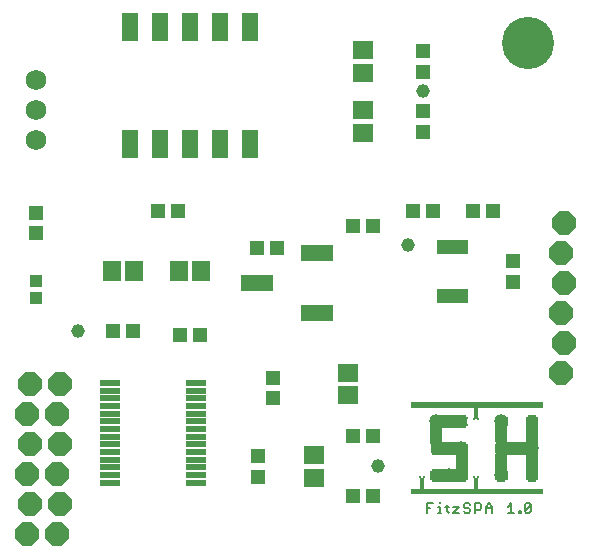
<source format=gts>
G75*
%MOIN*%
%OFA0B0*%
%FSLAX24Y24*%
%IPPOS*%
%LPD*%
%AMOC8*
5,1,8,0,0,1.08239X$1,22.5*
%
%ADD10C,0.0080*%
%ADD11R,0.0671X0.0237*%
%ADD12R,0.0257X0.0474*%
%ADD13R,0.0474X0.0513*%
%ADD14R,0.0513X0.0474*%
%ADD15R,0.0671X0.0592*%
%ADD16R,0.0592X0.0671*%
%ADD17R,0.0552X0.0946*%
%ADD18OC8,0.0780*%
%ADD19C,0.0680*%
%ADD20R,0.0395X0.0395*%
%ADD21R,0.1080X0.0580*%
%ADD22R,0.4440X0.0060*%
%ADD23R,0.0180X0.0060*%
%ADD24R,0.1140X0.0060*%
%ADD25R,0.0300X0.0060*%
%ADD26R,0.0540X0.0060*%
%ADD27R,0.0120X0.0060*%
%ADD28R,0.0420X0.0060*%
%ADD29R,0.0060X0.0060*%
%ADD30R,0.0480X0.0060*%
%ADD31R,0.1200X0.0060*%
%ADD32R,0.1440X0.0060*%
%ADD33R,0.0960X0.0060*%
%ADD34R,0.0900X0.0060*%
%ADD35R,0.1080X0.0060*%
%ADD36C,0.0456*%
%ADD37C,0.1740*%
D10*
X014780Y002128D02*
X014780Y002448D01*
X014993Y002448D01*
X015148Y002342D02*
X015201Y002342D01*
X015201Y002128D01*
X015148Y002128D02*
X015255Y002128D01*
X015447Y002181D02*
X015500Y002128D01*
X015447Y002181D02*
X015447Y002395D01*
X015394Y002342D02*
X015500Y002342D01*
X015639Y002342D02*
X015853Y002342D01*
X015639Y002128D01*
X015853Y002128D01*
X016007Y002181D02*
X016061Y002128D01*
X016168Y002128D01*
X016221Y002181D01*
X016221Y002235D01*
X016168Y002288D01*
X016061Y002288D01*
X016007Y002342D01*
X016007Y002395D01*
X016061Y002448D01*
X016168Y002448D01*
X016221Y002395D01*
X016376Y002448D02*
X016536Y002448D01*
X016589Y002395D01*
X016589Y002288D01*
X016536Y002235D01*
X016376Y002235D01*
X016376Y002128D02*
X016376Y002448D01*
X016744Y002342D02*
X016744Y002128D01*
X016744Y002288D02*
X016958Y002288D01*
X016958Y002342D02*
X016958Y002128D01*
X016958Y002342D02*
X016851Y002448D01*
X016744Y002342D01*
X017481Y002342D02*
X017587Y002448D01*
X017587Y002128D01*
X017481Y002128D02*
X017694Y002128D01*
X017849Y002128D02*
X017902Y002128D01*
X017902Y002181D01*
X017849Y002181D01*
X017849Y002128D01*
X018033Y002181D02*
X018247Y002395D01*
X018247Y002181D01*
X018193Y002128D01*
X018086Y002128D01*
X018033Y002181D01*
X018033Y002395D01*
X018086Y002448D01*
X018193Y002448D01*
X018247Y002395D01*
X015201Y002448D02*
X015201Y002502D01*
X014886Y002288D02*
X014780Y002288D01*
D11*
X007064Y003142D03*
X007064Y003398D03*
X007064Y003653D03*
X007064Y003909D03*
X007064Y004165D03*
X007064Y004421D03*
X007064Y004677D03*
X007064Y004933D03*
X007064Y005189D03*
X007064Y005445D03*
X007064Y005701D03*
X007064Y005957D03*
X007064Y006212D03*
X007064Y006468D03*
X004210Y006468D03*
X004210Y006212D03*
X004210Y005957D03*
X004210Y005701D03*
X004210Y005445D03*
X004210Y005189D03*
X004210Y004933D03*
X004210Y004677D03*
X004210Y004421D03*
X004210Y004165D03*
X004210Y003909D03*
X004210Y003653D03*
X004210Y003398D03*
X004210Y003142D03*
D12*
X015253Y009373D03*
X015509Y009373D03*
X015765Y009373D03*
X016021Y009373D03*
X016021Y010987D03*
X015765Y010987D03*
X015509Y010987D03*
X015253Y010987D03*
D13*
X012971Y011680D03*
X012302Y011680D03*
X009795Y010975D03*
X009126Y010975D03*
X006471Y012180D03*
X005802Y012180D03*
X009637Y006640D03*
X009637Y005970D03*
X009137Y004015D03*
X009137Y003345D03*
D14*
X012302Y002680D03*
X012971Y002680D03*
X012971Y004680D03*
X012302Y004680D03*
X007221Y008055D03*
X006552Y008055D03*
X004971Y008180D03*
X004302Y008180D03*
X001762Y011470D03*
X001762Y012140D03*
X014302Y012180D03*
X014971Y012180D03*
X016302Y012180D03*
X016971Y012180D03*
X017637Y010515D03*
X017637Y009845D03*
X014637Y014845D03*
X014637Y015515D03*
X014637Y016845D03*
X014637Y017515D03*
D15*
X012637Y017554D03*
X012637Y016806D03*
X012637Y015554D03*
X012637Y014806D03*
X012137Y006804D03*
X012137Y006056D03*
X011012Y004054D03*
X011012Y003306D03*
D16*
X007261Y010180D03*
X006513Y010180D03*
X005011Y010180D03*
X004263Y010180D03*
D17*
X004887Y014434D03*
X005887Y014434D03*
X006887Y014434D03*
X007887Y014434D03*
X008887Y014434D03*
X008887Y018326D03*
X007887Y018326D03*
X006887Y018326D03*
X005887Y018326D03*
X004887Y018326D03*
D18*
X001437Y001430D03*
X002437Y001430D03*
X002537Y002430D03*
X001537Y002430D03*
X001437Y003430D03*
X002437Y003430D03*
X002537Y004430D03*
X001537Y004430D03*
X001437Y005430D03*
X002437Y005430D03*
X002537Y006430D03*
X001537Y006430D03*
X019237Y006780D03*
X019337Y007780D03*
X019237Y008780D03*
X019337Y009780D03*
X019237Y010780D03*
X019337Y011780D03*
D19*
X001747Y014565D03*
X001747Y015565D03*
X001747Y016565D03*
D20*
X001737Y009875D03*
X001737Y009285D03*
D21*
X009100Y009797D03*
X011100Y008797D03*
X011100Y010797D03*
D22*
X016444Y005790D03*
X016444Y005730D03*
X016444Y005670D03*
X016444Y002910D03*
X016444Y002850D03*
X016444Y002790D03*
D23*
X016414Y002970D03*
X016414Y003030D03*
X016414Y003090D03*
X016414Y003150D03*
X016414Y003210D03*
X016414Y003270D03*
X014614Y003270D03*
X014614Y003210D03*
X014614Y003150D03*
X014614Y003090D03*
X014614Y003030D03*
X014614Y002970D03*
X016414Y005310D03*
X016414Y005370D03*
X016414Y005430D03*
X016414Y005490D03*
X016414Y005550D03*
X016414Y005610D03*
D24*
X015514Y005370D03*
X017614Y004410D03*
X017614Y004170D03*
X015514Y003210D03*
D25*
X017254Y003210D03*
X018274Y003210D03*
X018274Y005370D03*
X017254Y005370D03*
D26*
X015874Y003510D03*
X015874Y003270D03*
X015154Y003270D03*
X015154Y003510D03*
D27*
X016084Y004170D03*
X016084Y004410D03*
X017104Y005070D03*
X017104Y005310D03*
X017404Y005310D03*
X017404Y005070D03*
X018424Y004410D03*
X018424Y004170D03*
X017404Y003510D03*
X017404Y003270D03*
X017104Y003270D03*
X017104Y003510D03*
X014944Y005070D03*
X014944Y005310D03*
D28*
X015094Y004950D03*
X015094Y004890D03*
X015094Y004830D03*
X015094Y004770D03*
X015094Y004710D03*
X015094Y004650D03*
X015094Y004590D03*
X015094Y004530D03*
X015934Y004050D03*
X015934Y003990D03*
X015934Y003930D03*
X015934Y003870D03*
X015934Y003810D03*
X015934Y003750D03*
X015934Y003690D03*
X015934Y003630D03*
X017254Y003630D03*
X017254Y003690D03*
X017254Y003750D03*
X017254Y003810D03*
X017254Y003870D03*
X017254Y003930D03*
X017254Y003990D03*
X017254Y004050D03*
X017254Y004530D03*
X017254Y004590D03*
X017254Y004650D03*
X017254Y004710D03*
X017254Y004770D03*
X017254Y004830D03*
X017254Y004890D03*
X017254Y004950D03*
X017254Y005010D03*
X018274Y005010D03*
X018274Y005070D03*
X018274Y005130D03*
X018274Y005190D03*
X018274Y005250D03*
X018274Y005310D03*
X018274Y004950D03*
X018274Y004890D03*
X018274Y004830D03*
X018274Y004770D03*
X018274Y004710D03*
X018274Y004650D03*
X018274Y004590D03*
X018274Y004530D03*
X018274Y004050D03*
X018274Y003990D03*
X018274Y003930D03*
X018274Y003870D03*
X018274Y003810D03*
X018274Y003750D03*
X018274Y003690D03*
X018274Y003630D03*
X018274Y003570D03*
X018274Y003510D03*
X018274Y003450D03*
X018274Y003390D03*
X018274Y003330D03*
X018274Y003270D03*
X017254Y003570D03*
D29*
X017434Y003450D03*
X017434Y003390D03*
X017434Y003330D03*
X017074Y003330D03*
X017074Y003390D03*
X017074Y003450D03*
X016474Y003330D03*
X016354Y003330D03*
X016114Y004230D03*
X016114Y004290D03*
X016114Y004350D03*
X016354Y005250D03*
X016474Y005250D03*
X017074Y005250D03*
X017074Y005190D03*
X017074Y005130D03*
X017434Y005130D03*
X017434Y005190D03*
X017434Y005250D03*
X018454Y004350D03*
X018454Y004290D03*
X018454Y004230D03*
X014914Y005130D03*
X014914Y005190D03*
X014914Y005250D03*
X014674Y003330D03*
X014554Y003330D03*
D30*
X015124Y003330D03*
X015124Y003390D03*
X015124Y003450D03*
X015904Y003450D03*
X015904Y003390D03*
X015904Y003330D03*
D31*
X015544Y003570D03*
X015544Y004110D03*
X015484Y004470D03*
X015484Y005010D03*
D32*
X017764Y004470D03*
X017764Y004110D03*
D33*
X015664Y005070D03*
X015664Y005310D03*
X015364Y004410D03*
X015364Y004170D03*
D34*
X015334Y004230D03*
X015334Y004290D03*
X015334Y004350D03*
X015694Y005130D03*
X015694Y005190D03*
X015694Y005250D03*
D35*
X017584Y004350D03*
X017584Y004290D03*
X017584Y004230D03*
D36*
X018267Y004301D03*
X017259Y005201D03*
X015927Y004301D03*
X015504Y003410D03*
X017241Y003392D03*
X015072Y005192D03*
X013137Y003680D03*
X014137Y011055D03*
X014637Y016180D03*
X003137Y008180D03*
D37*
X018151Y017784D03*
M02*

</source>
